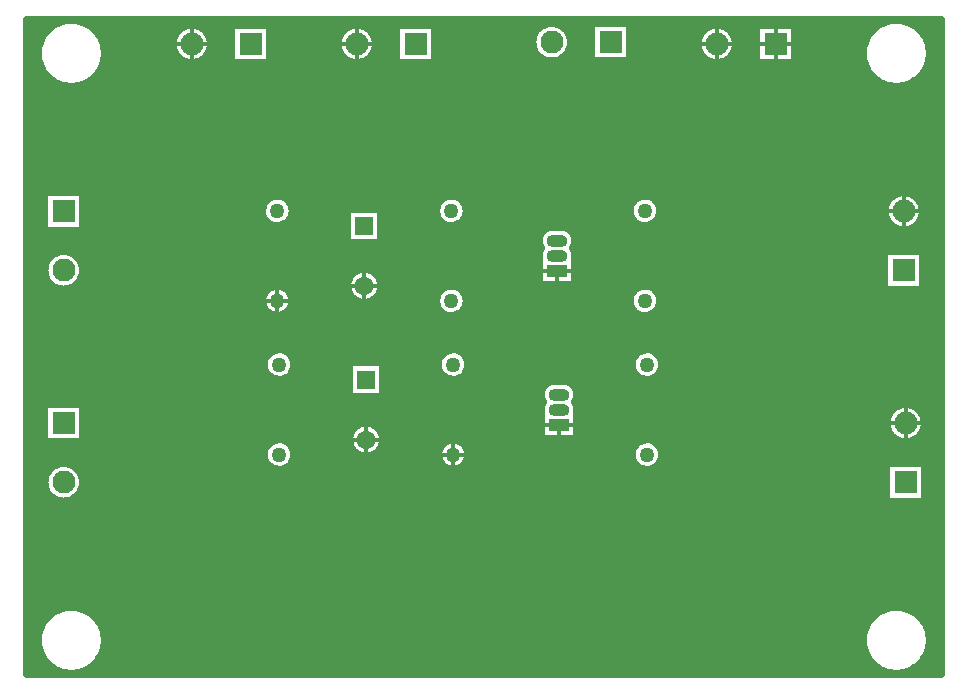
<source format=gbr>
G04 DipTrace 4.2.0.1*
G04 2 - Bottom.gbr*
%MOMM*%
G04 #@! TF.FileFunction,Copper,L2,Bot*
G04 #@! TF.Part,Single*
G04 #@! TA.AperFunction,CopperBalancing*
%ADD15C,0.635*%
%ADD16C,0.33*%
G04 #@! TA.AperFunction,ComponentPad*
%ADD17C,1.6*%
%ADD18R,1.6X1.6*%
%ADD20R,1.95X1.95*%
%ADD21C,1.95*%
%ADD22R,1.782X1.062*%
%ADD23O,1.782X1.062*%
%ADD24C,1.27*%
%ADD25C,1.27*%
%FSLAX35Y35*%
G04*
G71*
G90*
G75*
G01*
G04 Bottom*
%LPD*%
X1140010Y6704523D2*
D15*
X1327101D1*
X1692672D2*
X2442088D1*
X2617711D2*
X2860174D1*
X3199586D2*
X3839080D1*
X4014704D2*
X4257166D1*
X4596579D2*
X5467218D1*
X5688551D2*
X5908182D1*
X6247594D2*
X6887088D1*
X7062711D2*
X7305174D1*
X7644586D2*
X8312108D1*
X8677679D2*
X8863768D1*
X1140010Y6641357D2*
X1268905D1*
X1750869D2*
X2380246D1*
X2679554D2*
X2860174D1*
X3199586D2*
X3777238D1*
X4076546D2*
X4257166D1*
X4596579D2*
X5420643D1*
X5735127D2*
X5908182D1*
X6247594D2*
X6825246D1*
X7124554D2*
X7305174D1*
X7644586D2*
X8253911D1*
X8735875D2*
X8863768D1*
X1140010Y6578190D2*
X1237095D1*
X1782679D2*
X2360923D1*
X2698877D2*
X2860174D1*
X3199586D2*
X3757915D1*
X4095869D2*
X4257166D1*
X4596579D2*
X5408202D1*
X5747568D2*
X5908182D1*
X6247594D2*
X6805923D1*
X7143877D2*
X7305174D1*
X7644586D2*
X8222101D1*
X8767685D2*
X8863768D1*
X1140010Y6515023D2*
X1222557D1*
X1797217D2*
X2367394D1*
X2692405D2*
X2860174D1*
X3199586D2*
X3764386D1*
X4089398D2*
X4257166D1*
X4596579D2*
X5421144D1*
X5734625D2*
X5908182D1*
X6247594D2*
X6812394D1*
X7137405D2*
X7305174D1*
X7644586D2*
X8207564D1*
X8782223D2*
X8863768D1*
X1140010Y6451857D2*
X1222557D1*
X1797217D2*
X2403761D1*
X2655993D2*
X2860174D1*
X3199586D2*
X3800754D1*
X4052985D2*
X4257166D1*
X4596579D2*
X5468768D1*
X5687002D2*
X5908182D1*
X6247594D2*
X6848761D1*
X7100993D2*
X7305174D1*
X7644586D2*
X8207564D1*
X8782223D2*
X8863768D1*
X1140010Y6388690D2*
X1237186D1*
X1782588D2*
X8222192D1*
X8767594D2*
X8863768D1*
X1140010Y6325523D2*
X1269087D1*
X1750687D2*
X8254093D1*
X8735693D2*
X8863768D1*
X1140010Y6262357D2*
X1327420D1*
X1692353D2*
X8312427D1*
X8677360D2*
X8863768D1*
X1140010Y6199190D2*
X8863768D1*
X1140010Y6136023D2*
X8863768D1*
X1140010Y6072857D2*
X8863768D1*
X1140010Y6009690D2*
X8863768D1*
X1140010Y5946523D2*
X8863768D1*
X1140010Y5883357D2*
X8863768D1*
X1140010Y5820190D2*
X8863768D1*
X1140010Y5757023D2*
X8863768D1*
X1140010Y5693857D2*
X8863768D1*
X1140010Y5630690D2*
X8863768D1*
X1140010Y5567523D2*
X8863768D1*
X1140010Y5504357D2*
X8863768D1*
X1140010Y5441190D2*
X8863768D1*
X1140010Y5378023D2*
X8863768D1*
X1140010Y5314857D2*
X8863768D1*
X1140010Y5251690D2*
X1276698D1*
X1616064D2*
X3167655D1*
X3340407D2*
X4640845D1*
X4813597D2*
X6281242D1*
X6453994D2*
X8427407D1*
X8689346D2*
X8863768D1*
X1140010Y5188523D2*
X1276698D1*
X1616064D2*
X3124178D1*
X3383883D2*
X4597368D1*
X4857073D2*
X6237765D1*
X6497471D2*
X8394321D1*
X8722477D2*
X8863768D1*
X1140010Y5125357D2*
X1276698D1*
X1616064D2*
X3120715D1*
X3387347D2*
X3838442D1*
X4142809D2*
X4593905D1*
X4860537D2*
X6234302D1*
X6500934D2*
X8389992D1*
X8726761D2*
X8863768D1*
X1140010Y5062190D2*
X1276698D1*
X1616064D2*
X3152752D1*
X3355264D2*
X3838442D1*
X4142809D2*
X4625942D1*
X4828499D2*
X6266385D1*
X6468896D2*
X8411867D1*
X8704886D2*
X8863768D1*
X1140010Y4999023D2*
X1276698D1*
X1616064D2*
X3838442D1*
X4142809D2*
X5522225D1*
X5726058D2*
X8480910D1*
X8635889D2*
X8863768D1*
X1140010Y4935857D2*
X3838442D1*
X4142809D2*
X5469679D1*
X5778558D2*
X8863768D1*
X1140010Y4872690D2*
X5465122D1*
X5783115D2*
X8863768D1*
X1140010Y4809523D2*
X5469907D1*
X5778330D2*
X8863768D1*
X1140010Y4746357D2*
X1311105D1*
X1581657D2*
X5462843D1*
X5785439D2*
X8388670D1*
X8728083D2*
X8863768D1*
X1140010Y4683190D2*
X1280981D1*
X1611826D2*
X5462843D1*
X5785439D2*
X8388670D1*
X8728083D2*
X8863768D1*
X1140010Y4620023D2*
X1278794D1*
X1614014D2*
X3883013D1*
X4098239D2*
X5462843D1*
X5785439D2*
X8388670D1*
X8728083D2*
X8863768D1*
X1140010Y4556857D2*
X1303175D1*
X1589586D2*
X3844549D1*
X4136702D2*
X5462843D1*
X5785439D2*
X8388670D1*
X8728083D2*
X8863768D1*
X1140010Y4493690D2*
X1381151D1*
X1511611D2*
X3173032D1*
X3335029D2*
X3839992D1*
X4141260D2*
X4646222D1*
X4808265D2*
X6286619D1*
X6448662D2*
X8388670D1*
X8728083D2*
X8863768D1*
X1140010Y4430523D2*
X3125500D1*
X3382562D2*
X3865422D1*
X4115830D2*
X4598690D1*
X4855752D2*
X6239087D1*
X6496149D2*
X8863768D1*
X1140010Y4367357D2*
X3119985D1*
X3388076D2*
X4593175D1*
X4861266D2*
X6233618D1*
X6501663D2*
X8863768D1*
X1140010Y4304190D2*
X3149198D1*
X3358864D2*
X4622388D1*
X4832054D2*
X6262830D1*
X6472451D2*
X8863768D1*
X1140010Y4241023D2*
X8863768D1*
X1140010Y4177857D2*
X8863768D1*
X1140010Y4114690D2*
X8863768D1*
X1140010Y4051523D2*
X8863768D1*
X1140010Y3988357D2*
X8863768D1*
X1140010Y3925190D2*
X3159816D1*
X3380556D2*
X4633006D1*
X4853792D2*
X6273403D1*
X6494189D2*
X8863768D1*
X1140010Y3862023D2*
X3135207D1*
X3405166D2*
X3854575D1*
X4158987D2*
X4608397D1*
X4878356D2*
X6248840D1*
X6518753D2*
X8863768D1*
X1140010Y3798857D2*
X3144321D1*
X3396051D2*
X3854575D1*
X4158987D2*
X4617511D1*
X4869241D2*
X6257909D1*
X6509684D2*
X8863768D1*
X1140010Y3735690D2*
X3200239D1*
X3340133D2*
X3854575D1*
X4158987D2*
X4673429D1*
X4813369D2*
X6313827D1*
X6453766D2*
X8863768D1*
X1140010Y3672523D2*
X3854575D1*
X4158987D2*
X5508325D1*
X5772269D2*
X8863768D1*
X1140010Y3609357D2*
X3854575D1*
X4158987D2*
X5479933D1*
X5800615D2*
X8863768D1*
X1140010Y3546190D2*
X5489139D1*
X5791409D2*
X8863768D1*
X1140010Y3483023D2*
X1276698D1*
X1616064D2*
X5480024D1*
X5800524D2*
X8470109D1*
X8678408D2*
X8863768D1*
X1140010Y3419857D2*
X1276698D1*
X1616064D2*
X5478976D1*
X5801572D2*
X8419250D1*
X8729267D2*
X8863768D1*
X1140010Y3356690D2*
X1276698D1*
X1616064D2*
X3973657D1*
X4039905D2*
X5478976D1*
X5801572D2*
X8404621D1*
X8743896D2*
X8863768D1*
X1140010Y3293523D2*
X1276698D1*
X1616064D2*
X3878638D1*
X4134971D2*
X5478976D1*
X5801572D2*
X8415467D1*
X8733050D2*
X8863768D1*
X1140010Y3230357D2*
X1276698D1*
X1616064D2*
X3855578D1*
X4157985D2*
X5478976D1*
X5801572D2*
X8459080D1*
X8689437D2*
X8863768D1*
X1140010Y3167190D2*
X3162869D1*
X3377503D2*
X3862095D1*
X4151514D2*
X4636105D1*
X4850693D2*
X6276502D1*
X6491090D2*
X8863768D1*
X1140010Y3104023D2*
X3135708D1*
X3404665D2*
X3903885D1*
X4109723D2*
X4608898D1*
X4877855D2*
X6249295D1*
X6518297D2*
X8863768D1*
X1140010Y3040857D2*
X3142726D1*
X3397646D2*
X4615962D1*
X4870836D2*
X6256359D1*
X6511234D2*
X8863768D1*
X1140010Y2977690D2*
X1335487D1*
X1557321D2*
X3193631D1*
X3346741D2*
X4666821D1*
X4819977D2*
X6307218D1*
X6460374D2*
X8404575D1*
X8743942D2*
X8863768D1*
X1140010Y2914523D2*
X1289048D1*
X1603714D2*
X8404575D1*
X8743942D2*
X8863768D1*
X1140010Y2851357D2*
X1276698D1*
X1616110D2*
X8404575D1*
X8743942D2*
X8863768D1*
X1140010Y2788190D2*
X1289731D1*
X1603030D2*
X8404575D1*
X8743942D2*
X8863768D1*
X1140010Y2725023D2*
X1337537D1*
X1555270D2*
X8404575D1*
X8743942D2*
X8863768D1*
X1140010Y2661857D2*
X8863768D1*
X1140010Y2598690D2*
X8863768D1*
X1140010Y2535523D2*
X8863768D1*
X1140010Y2472357D2*
X8863768D1*
X1140010Y2409190D2*
X8863768D1*
X1140010Y2346023D2*
X8863768D1*
X1140010Y2282857D2*
X8863768D1*
X1140010Y2219690D2*
X8863768D1*
X1140010Y2156523D2*
X8863768D1*
X1140010Y2093357D2*
X8863768D1*
X1140010Y2030190D2*
X8863768D1*
X1140010Y1967023D2*
X8863768D1*
X1140010Y1903857D2*
X8863768D1*
X1140010Y1840690D2*
X8863768D1*
X1140010Y1777523D2*
X1399289D1*
X1620485D2*
X8384295D1*
X8605491D2*
X8863768D1*
X1140010Y1714357D2*
X1303358D1*
X1716461D2*
X8288319D1*
X8701422D2*
X8863768D1*
X1140010Y1651190D2*
X1255916D1*
X1763857D2*
X8240923D1*
X8748864D2*
X8863768D1*
X1140010Y1588023D2*
X1230487D1*
X1789333D2*
X8215448D1*
X8774293D2*
X8863768D1*
X1140010Y1524857D2*
X1220962D1*
X1798812D2*
X8205968D1*
X8783818D2*
X8863768D1*
X1140010Y1461690D2*
X1225793D1*
X1793981D2*
X8210799D1*
X8778987D2*
X8863768D1*
X1140010Y1398523D2*
X1245754D1*
X1774020D2*
X8230760D1*
X8759027D2*
X8863768D1*
X1140010Y1335357D2*
X1284946D1*
X1734827D2*
X8269953D1*
X8719834D2*
X8863768D1*
X1140010Y1272190D2*
X1358136D1*
X1661637D2*
X8343143D1*
X8646644D2*
X8863768D1*
X4136269Y4507293D2*
X4135649Y4499552D1*
X4134618Y4491856D1*
X4133179Y4484225D1*
X4131335Y4476682D1*
X4129093Y4469248D1*
X4126458Y4461943D1*
X4123438Y4454789D1*
X4120042Y4447806D1*
X4116279Y4441014D1*
X4112159Y4434431D1*
X4107695Y4428077D1*
X4102900Y4421970D1*
X4097786Y4416126D1*
X4092368Y4410563D1*
X4086662Y4405297D1*
X4080684Y4400341D1*
X4074450Y4395711D1*
X4067979Y4391419D1*
X4061288Y4387477D1*
X4054398Y4383897D1*
X4047326Y4380689D1*
X4040094Y4377862D1*
X4032721Y4375423D1*
X4025230Y4373381D1*
X4017640Y4371740D1*
X4009973Y4370506D1*
X4002252Y4369681D1*
X3994498Y4369268D1*
X3986733Y4369269D1*
X3978978Y4369683D1*
X3971257Y4370509D1*
X3963591Y4371744D1*
X3956001Y4373387D1*
X3948510Y4375430D1*
X3941138Y4377870D1*
X3933906Y4380698D1*
X3926835Y4383907D1*
X3919945Y4387488D1*
X3913255Y4391431D1*
X3906785Y4395724D1*
X3900552Y4400355D1*
X3894574Y4405312D1*
X3888869Y4410580D1*
X3883452Y4416144D1*
X3878339Y4421988D1*
X3873544Y4428096D1*
X3869082Y4434451D1*
X3864963Y4441034D1*
X3861201Y4447827D1*
X3857806Y4454810D1*
X3854787Y4461965D1*
X3852154Y4469270D1*
X3849912Y4476705D1*
X3848070Y4484248D1*
X3846632Y4491879D1*
X3845602Y4499575D1*
X3844983Y4507316D1*
X3844777Y4515078D1*
X3844984Y4522841D1*
X3845604Y4530581D1*
X3846636Y4538278D1*
X3848075Y4545908D1*
X3849918Y4553452D1*
X3852161Y4560886D1*
X3854796Y4568190D1*
X3857816Y4575344D1*
X3861212Y4582327D1*
X3864975Y4589120D1*
X3869094Y4595702D1*
X3873558Y4602056D1*
X3878354Y4608164D1*
X3883468Y4614007D1*
X3888886Y4619570D1*
X3894592Y4624837D1*
X3900570Y4629793D1*
X3906804Y4634423D1*
X3913275Y4638715D1*
X3919965Y4642657D1*
X3926856Y4646237D1*
X3933928Y4649445D1*
X3941160Y4652272D1*
X3948532Y4654710D1*
X3956024Y4656753D1*
X3963614Y4658393D1*
X3971280Y4659628D1*
X3979002Y4660453D1*
X3986756Y4660865D1*
X3994521D1*
X4002275Y4660451D1*
X4009996Y4659625D1*
X4017663Y4658389D1*
X4025252Y4656747D1*
X4032744Y4654703D1*
X4040116Y4652264D1*
X4047348Y4649436D1*
X4054419Y4646226D1*
X4061309Y4642645D1*
X4067999Y4638703D1*
X4074469Y4634410D1*
X4080702Y4629778D1*
X4086679Y4624822D1*
X4092385Y4619554D1*
X4097802Y4613990D1*
X4102915Y4608146D1*
X4107709Y4602038D1*
X4112172Y4595683D1*
X4116290Y4589100D1*
X4120052Y4582307D1*
X4123448Y4575323D1*
X4126466Y4568169D1*
X4129100Y4560864D1*
X4131341Y4553429D1*
X4133184Y4545886D1*
X4134622Y4538255D1*
X4135652Y4530558D1*
X4136271Y4522818D1*
X4136477Y4515067D1*
X4136269Y4507293D1*
X3868110Y5168917D2*
X4136477D1*
Y4877217D1*
X3844777D1*
Y5168917D1*
X3868110D1*
X4152433Y3205546D2*
X4151813Y3197806D1*
X4150781Y3190109D1*
X4149342Y3182479D1*
X4147498Y3174935D1*
X4145256Y3167501D1*
X4142621Y3160196D1*
X4139601Y3153043D1*
X4136205Y3146059D1*
X4132442Y3139267D1*
X4128323Y3132685D1*
X4123859Y3126331D1*
X4119063Y3120223D1*
X4113949Y3114380D1*
X4108531Y3108817D1*
X4102825Y3103550D1*
X4096847Y3098594D1*
X4090613Y3093964D1*
X4084142Y3089672D1*
X4077452Y3085730D1*
X4070561Y3082150D1*
X4063489Y3078942D1*
X4056257Y3076115D1*
X4048885Y3073677D1*
X4041393Y3071634D1*
X4033803Y3069994D1*
X4026137Y3068759D1*
X4018415Y3067934D1*
X4010661Y3067522D1*
X4002896D1*
X3995142Y3067936D1*
X3987421Y3068762D1*
X3979754Y3069998D1*
X3972165Y3071640D1*
X3964673Y3073684D1*
X3957301Y3076123D1*
X3950069Y3078951D1*
X3942998Y3082161D1*
X3936108Y3085742D1*
X3929418Y3089684D1*
X3922948Y3093977D1*
X3916715Y3098609D1*
X3910737Y3103565D1*
X3905032Y3108833D1*
X3899615Y3114397D1*
X3894502Y3120241D1*
X3889708Y3126349D1*
X3885245Y3132704D1*
X3881127Y3139287D1*
X3877364Y3146080D1*
X3873969Y3153064D1*
X3870951Y3160218D1*
X3868317Y3167523D1*
X3866076Y3174958D1*
X3864233Y3182501D1*
X3862795Y3190132D1*
X3861765Y3197829D1*
X3861146Y3205569D1*
X3860940Y3213332D1*
X3861147Y3221094D1*
X3861768Y3228835D1*
X3862799Y3236531D1*
X3864238Y3244162D1*
X3866082Y3251705D1*
X3868324Y3259139D1*
X3870959Y3266444D1*
X3873979Y3273598D1*
X3877375Y3280581D1*
X3881138Y3287373D1*
X3885258Y3293956D1*
X3889722Y3300310D1*
X3894517Y3306417D1*
X3899631Y3312260D1*
X3905049Y3317823D1*
X3910755Y3323090D1*
X3916733Y3328046D1*
X3922967Y3332676D1*
X3929438Y3336968D1*
X3936129Y3340910D1*
X3943019Y3344490D1*
X3950091Y3347698D1*
X3957323Y3350525D1*
X3964696Y3352964D1*
X3972187Y3355006D1*
X3979777Y3356647D1*
X3987444Y3357881D1*
X3995165Y3358706D1*
X4002919Y3359119D1*
X4010684Y3359118D1*
X4018439Y3358704D1*
X4026160Y3357878D1*
X4033826Y3356642D1*
X4041416Y3355000D1*
X4048907Y3352957D1*
X4056279Y3350517D1*
X4063511Y3347689D1*
X4070582Y3344480D1*
X4077472Y3340899D1*
X4084162Y3336956D1*
X4090632Y3332663D1*
X4096865Y3328031D1*
X4102843Y3323075D1*
X4108548Y3317807D1*
X4113965Y3312243D1*
X4119078Y3306399D1*
X4123873Y3300291D1*
X4128335Y3293936D1*
X4132454Y3287353D1*
X4136216Y3280560D1*
X4139611Y3273577D1*
X4142630Y3266422D1*
X4145263Y3259117D1*
X4147505Y3251682D1*
X4149347Y3244139D1*
X4150785Y3236508D1*
X4151815Y3228811D1*
X4152434Y3221071D1*
X4152640Y3213320D1*
X4152433Y3205546D1*
X3884274Y3867170D2*
X4152640D1*
Y3575470D1*
X3860940D1*
Y3867170D1*
X3884274D1*
X8776675Y6460260D2*
X8773787Y6437070D1*
X8768995Y6414197D1*
X8762330Y6391798D1*
X8753839Y6370026D1*
X8743578Y6349030D1*
X8731619Y6328953D1*
X8718042Y6309932D1*
X8702942Y6292097D1*
X8686420Y6275570D1*
X8668589Y6260464D1*
X8649572Y6246881D1*
X8629498Y6234916D1*
X8608505Y6224649D1*
X8586736Y6216151D1*
X8564339Y6209479D1*
X8541468Y6204680D1*
X8518279Y6201786D1*
X8494929Y6200817D1*
X8471580Y6201779D1*
X8448390Y6204666D1*
X8425517Y6209458D1*
X8403118Y6216123D1*
X8381346Y6224615D1*
X8360350Y6234875D1*
X8340273Y6246835D1*
X8321252Y6260411D1*
X8303417Y6275512D1*
X8286890Y6292034D1*
X8271783Y6309865D1*
X8258201Y6328882D1*
X8246236Y6348955D1*
X8235969Y6369948D1*
X8227471Y6391718D1*
X8220799Y6414115D1*
X8216000Y6436986D1*
X8213106Y6460175D1*
X8212137Y6483524D1*
X8213099Y6506874D1*
X8215986Y6530064D1*
X8220778Y6552937D1*
X8227443Y6575335D1*
X8235935Y6597107D1*
X8246195Y6618103D1*
X8258155Y6638181D1*
X8271731Y6657202D1*
X8286832Y6675037D1*
X8303354Y6691564D1*
X8321185Y6706670D1*
X8340202Y6720252D1*
X8360275Y6732218D1*
X8381268Y6742485D1*
X8403038Y6750983D1*
X8425434Y6757654D1*
X8448306Y6762453D1*
X8471495Y6765348D1*
X8494844Y6766317D1*
X8518194Y6765355D1*
X8541384Y6762467D1*
X8564257Y6757675D1*
X8586655Y6751010D1*
X8608427Y6742519D1*
X8629423Y6732258D1*
X8649501Y6720299D1*
X8668522Y6706722D1*
X8686357Y6691622D1*
X8702884Y6675100D1*
X8717990Y6657269D1*
X8731572Y6638252D1*
X8743538Y6618178D1*
X8753805Y6597185D1*
X8762303Y6575416D1*
X8768974Y6553019D1*
X8773773Y6530148D1*
X8776668Y6506959D1*
X8777637Y6483567D1*
X8776675Y6460260D1*
Y1491380D2*
X8773787Y1468190D1*
X8768995Y1445317D1*
X8762330Y1422918D1*
X8753839Y1401146D1*
X8743578Y1380150D1*
X8731619Y1360073D1*
X8718042Y1341052D1*
X8702942Y1323217D1*
X8686420Y1306690D1*
X8668589Y1291584D1*
X8649572Y1278001D1*
X8629498Y1266036D1*
X8608505Y1255769D1*
X8586736Y1247271D1*
X8564339Y1240599D1*
X8541468Y1235800D1*
X8518279Y1232906D1*
X8494929Y1231937D1*
X8471580Y1232899D1*
X8448390Y1235786D1*
X8425517Y1240578D1*
X8403118Y1247243D1*
X8381346Y1255735D1*
X8360350Y1265995D1*
X8340273Y1277955D1*
X8321252Y1291531D1*
X8303417Y1306632D1*
X8286890Y1323154D1*
X8271783Y1340985D1*
X8258201Y1360002D1*
X8246236Y1380075D1*
X8235969Y1401068D1*
X8227471Y1422838D1*
X8220799Y1445235D1*
X8216000Y1468106D1*
X8213106Y1491295D1*
X8212137Y1514644D1*
X8213099Y1537994D1*
X8215986Y1561184D1*
X8220778Y1584057D1*
X8227443Y1606455D1*
X8235935Y1628227D1*
X8246195Y1649223D1*
X8258155Y1669301D1*
X8271731Y1688322D1*
X8286832Y1706157D1*
X8303354Y1722684D1*
X8321185Y1737790D1*
X8340202Y1751372D1*
X8360275Y1763338D1*
X8381268Y1773605D1*
X8403038Y1782103D1*
X8425434Y1788774D1*
X8448306Y1793573D1*
X8471495Y1796468D1*
X8494844Y1797437D1*
X8518194Y1796475D1*
X8541384Y1793587D1*
X8564257Y1788795D1*
X8586655Y1782130D1*
X8608427Y1773639D1*
X8629423Y1763378D1*
X8649501Y1751419D1*
X8668522Y1737842D1*
X8686357Y1722742D1*
X8702884Y1706220D1*
X8717990Y1688389D1*
X8731572Y1669372D1*
X8743538Y1649298D1*
X8753805Y1628305D1*
X8762303Y1606536D1*
X8768974Y1584139D1*
X8773773Y1561268D1*
X8776668Y1538079D1*
X8777637Y1514687D1*
X8776675Y1491380D1*
X1791678D2*
X1788791Y1468190D1*
X1783999Y1445317D1*
X1777334Y1422918D1*
X1768842Y1401146D1*
X1758582Y1380150D1*
X1746622Y1360073D1*
X1733046Y1341052D1*
X1717945Y1323217D1*
X1701423Y1306690D1*
X1683592Y1291584D1*
X1664575Y1278001D1*
X1644502Y1266036D1*
X1623509Y1255769D1*
X1601739Y1247271D1*
X1579342Y1240599D1*
X1556471Y1235800D1*
X1533282Y1232906D1*
X1509933Y1231937D1*
X1486583Y1232899D1*
X1463393Y1235786D1*
X1440520Y1240578D1*
X1418122Y1247243D1*
X1396350Y1255735D1*
X1375353Y1265995D1*
X1355276Y1277955D1*
X1336255Y1291531D1*
X1318420Y1306632D1*
X1301893Y1323154D1*
X1286787Y1340985D1*
X1273205Y1360002D1*
X1261239Y1380075D1*
X1250972Y1401068D1*
X1242474Y1422838D1*
X1235803Y1445235D1*
X1231004Y1468106D1*
X1228109Y1491295D1*
X1227140Y1514644D1*
X1228102Y1537994D1*
X1230989Y1561184D1*
X1235782Y1584057D1*
X1242446Y1606455D1*
X1250938Y1628227D1*
X1261199Y1649223D1*
X1273158Y1669301D1*
X1286735Y1688322D1*
X1301835Y1706157D1*
X1318357Y1722684D1*
X1336188Y1737790D1*
X1355205Y1751372D1*
X1375279Y1763338D1*
X1396272Y1773605D1*
X1418041Y1782103D1*
X1440438Y1788774D1*
X1463309Y1793573D1*
X1486498Y1796468D1*
X1509848Y1797437D1*
X1533197Y1796475D1*
X1556387Y1793587D1*
X1579260Y1788795D1*
X1601659Y1782130D1*
X1623431Y1773639D1*
X1644427Y1763378D1*
X1664504Y1751419D1*
X1683525Y1737842D1*
X1701360Y1722742D1*
X1717887Y1706220D1*
X1732993Y1688389D1*
X1746576Y1669372D1*
X1758541Y1649298D1*
X1768808Y1628305D1*
X1777306Y1606536D1*
X1783978Y1584139D1*
X1788777Y1561268D1*
X1791671Y1538079D1*
X1792640Y1514687D1*
X1791678Y1491380D1*
Y6460257D2*
X1788791Y6437066D1*
X1783999Y6414194D1*
X1777334Y6391795D1*
X1768842Y6370023D1*
X1758582Y6349027D1*
X1746622Y6328950D1*
X1733046Y6309928D1*
X1717945Y6292093D1*
X1701423Y6275566D1*
X1683592Y6260460D1*
X1664575Y6246878D1*
X1644502Y6234913D1*
X1623509Y6224646D1*
X1601739Y6216147D1*
X1579342Y6209476D1*
X1556471Y6204677D1*
X1533282Y6201783D1*
X1509933Y6200813D1*
X1486583Y6201776D1*
X1463393Y6204663D1*
X1440520Y6209455D1*
X1418122Y6216120D1*
X1396350Y6224611D1*
X1375353Y6234872D1*
X1355276Y6246831D1*
X1336255Y6260408D1*
X1318420Y6275509D1*
X1301893Y6292031D1*
X1286787Y6309861D1*
X1273205Y6328878D1*
X1261239Y6348952D1*
X1250972Y6369945D1*
X1242474Y6391714D1*
X1235803Y6414111D1*
X1231004Y6436982D1*
X1228109Y6460172D1*
X1227140Y6483521D1*
X1228102Y6506870D1*
X1230989Y6530061D1*
X1235782Y6552933D1*
X1242446Y6575332D1*
X1250938Y6597104D1*
X1261199Y6618100D1*
X1273158Y6638177D1*
X1286735Y6657199D1*
X1301835Y6675034D1*
X1318357Y6691561D1*
X1336188Y6706667D1*
X1355205Y6720249D1*
X1375279Y6732214D1*
X1396272Y6742481D1*
X1418041Y6750979D1*
X1440438Y6757651D1*
X1463309Y6762450D1*
X1486498Y6765344D1*
X1509848Y6766313D1*
X1533197Y6765351D1*
X1556387Y6762464D1*
X1579260Y6757672D1*
X1601659Y6751007D1*
X1623431Y6742515D1*
X1644427Y6732255D1*
X1664504Y6720296D1*
X1683525Y6706719D1*
X1701360Y6691618D1*
X1717887Y6675096D1*
X1732993Y6657266D1*
X1746576Y6638249D1*
X1758541Y6618175D1*
X1768808Y6597182D1*
X1777306Y6575413D1*
X1783978Y6553016D1*
X1788777Y6530145D1*
X1791671Y6506955D1*
X1792640Y6483563D1*
X1791678Y6460257D1*
X1306370Y5309413D2*
X1609737D1*
Y4982713D1*
X1283037D1*
Y5309413D1*
X1306370D1*
X1608073Y4622809D2*
X1603118Y4600036D1*
X1594972Y4578199D1*
X1583802Y4557744D1*
X1569834Y4539087D1*
X1553353Y4522607D1*
X1534695Y4508641D1*
X1514238Y4497472D1*
X1492401Y4489328D1*
X1469627Y4484375D1*
X1446380Y4482713D1*
X1423133Y4484377D1*
X1400359Y4489332D1*
X1378522Y4497478D1*
X1358067Y4508649D1*
X1339410Y4522616D1*
X1322931Y4539097D1*
X1308964Y4557756D1*
X1297796Y4578212D1*
X1289652Y4600049D1*
X1284698Y4622823D1*
X1283037Y4646070D1*
X1284700Y4669318D1*
X1289656Y4692091D1*
X1297801Y4713928D1*
X1308972Y4734383D1*
X1322940Y4753040D1*
X1339421Y4769520D1*
X1358079Y4783486D1*
X1378535Y4794655D1*
X1400373Y4802799D1*
X1423147Y4807752D1*
X1446394Y4809413D1*
X1469641Y4807750D1*
X1492415Y4802795D1*
X1514251Y4794649D1*
X1534706Y4783478D1*
X1553364Y4769511D1*
X1569843Y4753030D1*
X1583809Y4734371D1*
X1594978Y4713915D1*
X1603122Y4692078D1*
X1608075Y4669304D1*
X1609737Y4646063D1*
X1608073Y4622809D1*
X1306364Y3515540D2*
X1609731D1*
Y3188840D1*
X1283031D1*
Y3515540D1*
X1306364D1*
X1608080Y2828936D2*
X1603124Y2806163D1*
X1594979Y2784326D1*
X1583808Y2763871D1*
X1569840Y2745214D1*
X1553359Y2728734D1*
X1534701Y2714768D1*
X1514245Y2703599D1*
X1492408Y2695455D1*
X1469633Y2690502D1*
X1446386Y2688841D1*
X1423139Y2690504D1*
X1400366Y2695459D1*
X1378529Y2703605D1*
X1358074Y2714776D1*
X1339416Y2728743D1*
X1322937Y2745224D1*
X1308971Y2763883D1*
X1297802Y2784339D1*
X1289658Y2806176D1*
X1284705Y2828950D1*
X1283043Y2852198D1*
X1284707Y2875445D1*
X1289662Y2898218D1*
X1297808Y2920055D1*
X1308978Y2940510D1*
X1322946Y2959167D1*
X1339427Y2975647D1*
X1358085Y2989613D1*
X1378542Y3000782D1*
X1400379Y3008926D1*
X1423153Y3013879D1*
X1446400Y3015541D1*
X1469647Y3013877D1*
X1492421Y3008922D1*
X1514258Y3000776D1*
X1534713Y2989606D1*
X1553370Y2975638D1*
X1569850Y2959157D1*
X1583816Y2940498D1*
X1594985Y2920042D1*
X1603128Y2898205D1*
X1608082Y2875431D1*
X1609743Y2852191D1*
X1608080Y2828936D1*
X2889874Y6726290D2*
X3193240D1*
Y6399590D1*
X2866540D1*
Y6726290D1*
X2889874D1*
X2693055Y6555165D2*
X2692500Y6547410D1*
X2691577Y6539691D1*
X2690288Y6532024D1*
X2688635Y6524427D1*
X2686623Y6516917D1*
X2684255Y6509511D1*
X2681538Y6502227D1*
X2678478Y6495080D1*
X2675080Y6488087D1*
X2671354Y6481263D1*
X2667308Y6474625D1*
X2662950Y6468186D1*
X2658290Y6461962D1*
X2653340Y6455967D1*
X2648110Y6450214D1*
X2642613Y6444717D1*
X2636860Y6439487D1*
X2630865Y6434537D1*
X2624641Y6429878D1*
X2618202Y6425520D1*
X2611563Y6421474D1*
X2604739Y6417748D1*
X2597746Y6414351D1*
X2590599Y6411290D1*
X2583314Y6408574D1*
X2575909Y6406206D1*
X2568399Y6404194D1*
X2560802Y6402542D1*
X2553135Y6401252D1*
X2545415Y6400330D1*
X2537660Y6399775D1*
X2529888Y6399590D1*
X2522115Y6399775D1*
X2514360Y6400330D1*
X2506641Y6401253D1*
X2498974Y6402543D1*
X2491377Y6404195D1*
X2483867Y6406208D1*
X2476461Y6408575D1*
X2469177Y6411292D1*
X2462030Y6414353D1*
X2455037Y6417750D1*
X2448213Y6421476D1*
X2441575Y6425523D1*
X2435136Y6429881D1*
X2428912Y6434540D1*
X2422917Y6439490D1*
X2417164Y6444720D1*
X2411667Y6450217D1*
X2406437Y6455970D1*
X2401487Y6461966D1*
X2396828Y6468190D1*
X2392470Y6474628D1*
X2388424Y6481267D1*
X2384698Y6488091D1*
X2381301Y6495084D1*
X2378240Y6502231D1*
X2375523Y6509516D1*
X2373156Y6516921D1*
X2371144Y6524431D1*
X2369492Y6532028D1*
X2368202Y6539695D1*
X2367280Y6547415D1*
X2366725Y6555170D1*
X2366540Y6562942D1*
X2366725Y6570715D1*
X2367280Y6578470D1*
X2368203Y6586190D1*
X2369493Y6593857D1*
X2371145Y6601454D1*
X2373158Y6608963D1*
X2375525Y6616369D1*
X2378242Y6623653D1*
X2381303Y6630800D1*
X2384700Y6637794D1*
X2388426Y6644617D1*
X2392473Y6651256D1*
X2396831Y6657694D1*
X2401490Y6663918D1*
X2406440Y6669913D1*
X2411670Y6675666D1*
X2417167Y6681164D1*
X2422920Y6686393D1*
X2428916Y6691343D1*
X2435140Y6696002D1*
X2441578Y6700360D1*
X2448217Y6704407D1*
X2455041Y6708132D1*
X2462034Y6711530D1*
X2469181Y6714590D1*
X2476466Y6717307D1*
X2483871Y6719674D1*
X2491381Y6721686D1*
X2498978Y6723339D1*
X2506645Y6724628D1*
X2514365Y6725551D1*
X2522120Y6726105D1*
X2529892Y6726290D1*
X2537665Y6726105D1*
X2545420Y6725550D1*
X2553140Y6724627D1*
X2560807Y6723338D1*
X2568404Y6721685D1*
X2575913Y6719673D1*
X2583319Y6717305D1*
X2590603Y6714588D1*
X2597750Y6711528D1*
X2604744Y6708130D1*
X2611567Y6704404D1*
X2618206Y6700358D1*
X2624644Y6696000D1*
X2630868Y6691340D1*
X2636863Y6686390D1*
X2642616Y6681160D1*
X2648114Y6675663D1*
X2653343Y6669910D1*
X2658293Y6663915D1*
X2662952Y6657691D1*
X2667310Y6651252D1*
X2671357Y6644613D1*
X2675082Y6637789D1*
X2678480Y6630796D1*
X2681540Y6623649D1*
X2684257Y6616364D1*
X2686624Y6608959D1*
X2688636Y6601449D1*
X2690289Y6593852D1*
X2691578Y6586185D1*
X2692501Y6578465D1*
X2693055Y6570710D1*
X2693240Y6562940D1*
X2693055Y6555165D1*
X5937870Y6742163D2*
X6241237D1*
Y6415463D1*
X5914537D1*
Y6742163D1*
X5937870D1*
X5739573Y6555559D2*
X5734618Y6532786D1*
X5726472Y6510949D1*
X5715302Y6490494D1*
X5701334Y6471837D1*
X5684853Y6455357D1*
X5666195Y6441391D1*
X5645738Y6430222D1*
X5623901Y6422078D1*
X5601127Y6417125D1*
X5577880Y6415463D1*
X5554633Y6417127D1*
X5531859Y6422082D1*
X5510022Y6430228D1*
X5489567Y6441399D1*
X5470910Y6455366D1*
X5454431Y6471847D1*
X5440464Y6490506D1*
X5429296Y6510962D1*
X5421152Y6532799D1*
X5416198Y6555573D1*
X5414537Y6578820D1*
X5416200Y6602068D1*
X5421156Y6624841D1*
X5429301Y6646678D1*
X5440472Y6667133D1*
X5454440Y6685790D1*
X5470921Y6702270D1*
X5489579Y6716236D1*
X5510035Y6727405D1*
X5531873Y6735549D1*
X5554647Y6740502D1*
X5577894Y6742163D1*
X5601141Y6740500D1*
X5623915Y6735545D1*
X5645751Y6727399D1*
X5666206Y6716228D1*
X5684864Y6702261D1*
X5701343Y6685780D1*
X5715309Y6667121D1*
X5726478Y6646665D1*
X5734622Y6624828D1*
X5739575Y6602054D1*
X5741237Y6578813D1*
X5739573Y6555559D1*
X8418370Y4809417D2*
X8721737D1*
Y4482717D1*
X8395037D1*
Y4809417D1*
X8418370D1*
X8721552Y5138292D2*
X8720997Y5130537D1*
X8720074Y5122817D1*
X8718784Y5115150D1*
X8717132Y5107553D1*
X8715119Y5100044D1*
X8712752Y5092638D1*
X8710035Y5085354D1*
X8706974Y5078207D1*
X8703577Y5071213D1*
X8699851Y5064390D1*
X8695804Y5057751D1*
X8691446Y5051313D1*
X8686787Y5045089D1*
X8681837Y5039094D1*
X8676607Y5033341D1*
X8671110Y5027843D1*
X8665357Y5022614D1*
X8659361Y5017664D1*
X8653137Y5013004D1*
X8646699Y5008647D1*
X8640060Y5004600D1*
X8633236Y5000874D1*
X8626243Y4997477D1*
X8619096Y4994417D1*
X8611811Y4991700D1*
X8604406Y4989333D1*
X8596896Y4987321D1*
X8589299Y4985668D1*
X8581632Y4984379D1*
X8573912Y4983456D1*
X8566157Y4982902D1*
X8558384Y4982717D1*
X8550612Y4982902D1*
X8542857Y4983457D1*
X8535137Y4984380D1*
X8527470Y4985669D1*
X8519873Y4987322D1*
X8512364Y4989334D1*
X8504958Y4991702D1*
X8497674Y4994419D1*
X8490527Y4997479D1*
X8483533Y5000877D1*
X8476710Y5004603D1*
X8470071Y5008649D1*
X8463633Y5013007D1*
X8457409Y5017666D1*
X8451414Y5022617D1*
X8445661Y5027846D1*
X8440163Y5033344D1*
X8434934Y5039097D1*
X8429984Y5045092D1*
X8425324Y5051316D1*
X8420967Y5057755D1*
X8416920Y5064394D1*
X8413194Y5071218D1*
X8409797Y5078211D1*
X8406737Y5085358D1*
X8404020Y5092642D1*
X8401653Y5100048D1*
X8399641Y5107558D1*
X8397988Y5115155D1*
X8396699Y5122822D1*
X8395776Y5130542D1*
X8395222Y5138297D1*
X8395037Y5146069D1*
X8395222Y5153842D1*
X8395777Y5161597D1*
X8396700Y5169316D1*
X8397989Y5176983D1*
X8399642Y5184580D1*
X8401654Y5192090D1*
X8404022Y5199496D1*
X8406739Y5206780D1*
X8409799Y5213927D1*
X8413197Y5220920D1*
X8416923Y5227744D1*
X8420969Y5234382D1*
X8425327Y5240821D1*
X8429986Y5247045D1*
X8434937Y5253040D1*
X8440166Y5258793D1*
X8445664Y5264290D1*
X8451417Y5269520D1*
X8457412Y5274470D1*
X8463636Y5279129D1*
X8470075Y5283487D1*
X8476714Y5287533D1*
X8483538Y5291259D1*
X8490531Y5294656D1*
X8497678Y5297717D1*
X8504962Y5300433D1*
X8512368Y5302801D1*
X8519878Y5304813D1*
X8527475Y5306465D1*
X8535142Y5307754D1*
X8542862Y5308677D1*
X8550617Y5309232D1*
X8558389Y5309417D1*
X8566162Y5309232D1*
X8573917Y5308677D1*
X8581636Y5307754D1*
X8589303Y5306464D1*
X8596900Y5304812D1*
X8604410Y5302799D1*
X8611816Y5300432D1*
X8619100Y5297715D1*
X8626247Y5294654D1*
X8633240Y5291257D1*
X8640064Y5287531D1*
X8646702Y5283484D1*
X8653141Y5279126D1*
X8659365Y5274467D1*
X8665360Y5269517D1*
X8671113Y5264287D1*
X8676610Y5258790D1*
X8681840Y5253037D1*
X8686790Y5247041D1*
X8691449Y5240817D1*
X8695807Y5234379D1*
X8699853Y5227740D1*
X8703579Y5220916D1*
X8706976Y5213923D1*
X8710037Y5206776D1*
X8712753Y5199491D1*
X8715121Y5192086D1*
X8717133Y5184576D1*
X8718785Y5176979D1*
X8720074Y5169312D1*
X8720997Y5161592D1*
X8721552Y5153837D1*
X8721737Y5146067D1*
X8721552Y5138292D1*
X8434244Y3015540D2*
X8737610D1*
Y2688840D1*
X8410910D1*
Y3015540D1*
X8434244D1*
X8737425Y3344415D2*
X8736870Y3336660D1*
X8735947Y3328941D1*
X8734658Y3321274D1*
X8733005Y3313677D1*
X8730993Y3306167D1*
X8728625Y3298761D1*
X8725908Y3291477D1*
X8722848Y3284330D1*
X8719450Y3277337D1*
X8715724Y3270513D1*
X8711678Y3263875D1*
X8707320Y3257436D1*
X8702660Y3251212D1*
X8697710Y3245217D1*
X8692480Y3239464D1*
X8686983Y3233967D1*
X8681230Y3228737D1*
X8675235Y3223787D1*
X8669011Y3219128D1*
X8662572Y3214770D1*
X8655933Y3210724D1*
X8649109Y3206998D1*
X8642116Y3203601D1*
X8634969Y3200540D1*
X8627684Y3197824D1*
X8620279Y3195456D1*
X8612769Y3193444D1*
X8605172Y3191792D1*
X8597505Y3190502D1*
X8589785Y3189580D1*
X8582030Y3189025D1*
X8574258Y3188840D1*
X8566485Y3189025D1*
X8558730Y3189580D1*
X8551011Y3190503D1*
X8543344Y3191793D1*
X8535747Y3193445D1*
X8528237Y3195458D1*
X8520831Y3197825D1*
X8513547Y3200542D1*
X8506400Y3203603D1*
X8499407Y3207000D1*
X8492583Y3210726D1*
X8485945Y3214773D1*
X8479506Y3219131D1*
X8473282Y3223790D1*
X8467287Y3228740D1*
X8461534Y3233970D1*
X8456037Y3239467D1*
X8450807Y3245220D1*
X8445857Y3251216D1*
X8441198Y3257440D1*
X8436840Y3263878D1*
X8432794Y3270517D1*
X8429068Y3277341D1*
X8425671Y3284334D1*
X8422610Y3291481D1*
X8419893Y3298766D1*
X8417526Y3306171D1*
X8415514Y3313681D1*
X8413862Y3321278D1*
X8412572Y3328945D1*
X8411650Y3336665D1*
X8411095Y3344420D1*
X8410910Y3352192D1*
X8411095Y3359965D1*
X8411650Y3367720D1*
X8412573Y3375440D1*
X8413863Y3383107D1*
X8415515Y3390704D1*
X8417528Y3398213D1*
X8419895Y3405619D1*
X8422612Y3412903D1*
X8425673Y3420050D1*
X8429070Y3427044D1*
X8432796Y3433867D1*
X8436843Y3440506D1*
X8441201Y3446944D1*
X8445860Y3453168D1*
X8450810Y3459163D1*
X8456040Y3464916D1*
X8461537Y3470414D1*
X8467290Y3475643D1*
X8473286Y3480593D1*
X8479510Y3485252D1*
X8485948Y3489610D1*
X8492587Y3493657D1*
X8499411Y3497382D1*
X8506404Y3500780D1*
X8513551Y3503840D1*
X8520836Y3506557D1*
X8528241Y3508924D1*
X8535751Y3510936D1*
X8543348Y3512589D1*
X8551015Y3513878D1*
X8558735Y3514801D1*
X8566490Y3515355D1*
X8574262Y3515540D1*
X8582035Y3515355D1*
X8589790Y3514800D1*
X8597510Y3513877D1*
X8605177Y3512588D1*
X8612774Y3510935D1*
X8620283Y3508923D1*
X8627689Y3506555D1*
X8634973Y3503838D1*
X8642120Y3500778D1*
X8649114Y3497380D1*
X8655937Y3493654D1*
X8662576Y3489608D1*
X8669014Y3485250D1*
X8675238Y3480590D1*
X8681233Y3475640D1*
X8686986Y3470410D1*
X8692484Y3464913D1*
X8697713Y3459160D1*
X8702663Y3453165D1*
X8707322Y3446941D1*
X8711680Y3440502D1*
X8715727Y3433863D1*
X8719452Y3427039D1*
X8722850Y3420046D1*
X8725910Y3412899D1*
X8728627Y3405614D1*
X8730994Y3398209D1*
X8733006Y3390699D1*
X8734659Y3383102D1*
X8735948Y3375435D1*
X8736871Y3367715D1*
X8737425Y3359960D1*
X8737610Y3352190D1*
X8737425Y3344415D1*
X4286871Y6726290D2*
X4590237D1*
Y6399590D1*
X4263537D1*
Y6726290D1*
X4286871D1*
X4090052Y6555165D2*
X4089497Y6547410D1*
X4088574Y6539691D1*
X4087284Y6532024D1*
X4085632Y6524427D1*
X4083619Y6516917D1*
X4081252Y6509511D1*
X4078535Y6502227D1*
X4075474Y6495080D1*
X4072077Y6488087D1*
X4068351Y6481263D1*
X4064304Y6474625D1*
X4059946Y6468186D1*
X4055287Y6461962D1*
X4050337Y6455967D1*
X4045107Y6450214D1*
X4039610Y6444717D1*
X4033857Y6439487D1*
X4027861Y6434537D1*
X4021637Y6429878D1*
X4015199Y6425520D1*
X4008560Y6421474D1*
X4001736Y6417748D1*
X3994743Y6414351D1*
X3987596Y6411290D1*
X3980311Y6408574D1*
X3972906Y6406206D1*
X3965396Y6404194D1*
X3957799Y6402542D1*
X3950132Y6401252D1*
X3942412Y6400330D1*
X3934657Y6399775D1*
X3926884Y6399590D1*
X3919112Y6399775D1*
X3911357Y6400330D1*
X3903637Y6401253D1*
X3895970Y6402543D1*
X3888373Y6404195D1*
X3880864Y6406208D1*
X3873458Y6408575D1*
X3866174Y6411292D1*
X3859027Y6414353D1*
X3852033Y6417750D1*
X3845210Y6421476D1*
X3838571Y6425523D1*
X3832133Y6429881D1*
X3825909Y6434540D1*
X3819914Y6439490D1*
X3814161Y6444720D1*
X3808663Y6450217D1*
X3803434Y6455970D1*
X3798484Y6461966D1*
X3793824Y6468190D1*
X3789467Y6474628D1*
X3785420Y6481267D1*
X3781694Y6488091D1*
X3778297Y6495084D1*
X3775237Y6502231D1*
X3772520Y6509516D1*
X3770153Y6516921D1*
X3768141Y6524431D1*
X3766488Y6532028D1*
X3765199Y6539695D1*
X3764276Y6547415D1*
X3763722Y6555170D1*
X3763537Y6562942D1*
X3763722Y6570715D1*
X3764277Y6578470D1*
X3765200Y6586190D1*
X3766489Y6593857D1*
X3768142Y6601454D1*
X3770154Y6608963D1*
X3772522Y6616369D1*
X3775239Y6623653D1*
X3778299Y6630800D1*
X3781697Y6637794D1*
X3785423Y6644617D1*
X3789469Y6651256D1*
X3793827Y6657694D1*
X3798486Y6663918D1*
X3803437Y6669913D1*
X3808666Y6675666D1*
X3814164Y6681164D1*
X3819917Y6686393D1*
X3825912Y6691343D1*
X3832136Y6696002D1*
X3838575Y6700360D1*
X3845214Y6704407D1*
X3852038Y6708132D1*
X3859031Y6711530D1*
X3866178Y6714590D1*
X3873462Y6717307D1*
X3880868Y6719674D1*
X3888378Y6721686D1*
X3895975Y6723339D1*
X3903642Y6724628D1*
X3911362Y6725551D1*
X3919117Y6726105D1*
X3926889Y6726290D1*
X3934662Y6726105D1*
X3942417Y6725550D1*
X3950136Y6724627D1*
X3957803Y6723338D1*
X3965400Y6721685D1*
X3972910Y6719673D1*
X3980316Y6717305D1*
X3987600Y6714588D1*
X3994747Y6711528D1*
X4001740Y6708130D1*
X4008564Y6704404D1*
X4015202Y6700358D1*
X4021641Y6696000D1*
X4027865Y6691340D1*
X4033860Y6686390D1*
X4039613Y6681160D1*
X4045110Y6675663D1*
X4050340Y6669910D1*
X4055290Y6663915D1*
X4059949Y6657691D1*
X4064307Y6651252D1*
X4068353Y6644613D1*
X4072079Y6637789D1*
X4075476Y6630796D1*
X4078537Y6623649D1*
X4081253Y6616364D1*
X4083621Y6608959D1*
X4085633Y6601449D1*
X4087285Y6593852D1*
X4088574Y6586185D1*
X4089497Y6578465D1*
X4090052Y6570710D1*
X4090237Y6562940D1*
X4090052Y6555165D1*
X7319315Y6726290D2*
X7638237D1*
Y6399590D1*
X7311537D1*
Y6726290D1*
X7319315D1*
X7138052Y6555165D2*
X7137497Y6547410D1*
X7136574Y6539691D1*
X7135284Y6532024D1*
X7133632Y6524427D1*
X7131619Y6516917D1*
X7129252Y6509511D1*
X7126535Y6502227D1*
X7123474Y6495080D1*
X7120077Y6488087D1*
X7116351Y6481263D1*
X7112304Y6474625D1*
X7107946Y6468186D1*
X7103287Y6461962D1*
X7098337Y6455967D1*
X7093107Y6450214D1*
X7087610Y6444717D1*
X7081857Y6439487D1*
X7075861Y6434537D1*
X7069637Y6429878D1*
X7063199Y6425520D1*
X7056560Y6421474D1*
X7049736Y6417748D1*
X7042743Y6414351D1*
X7035596Y6411290D1*
X7028311Y6408574D1*
X7020906Y6406206D1*
X7013396Y6404194D1*
X7005799Y6402542D1*
X6998132Y6401252D1*
X6990412Y6400330D1*
X6982657Y6399775D1*
X6974884Y6399590D1*
X6967112Y6399775D1*
X6959357Y6400330D1*
X6951637Y6401253D1*
X6943970Y6402543D1*
X6936373Y6404195D1*
X6928864Y6406208D1*
X6921458Y6408575D1*
X6914174Y6411292D1*
X6907027Y6414353D1*
X6900033Y6417750D1*
X6893210Y6421476D1*
X6886571Y6425523D1*
X6880133Y6429881D1*
X6873909Y6434540D1*
X6867914Y6439490D1*
X6862161Y6444720D1*
X6856663Y6450217D1*
X6851434Y6455970D1*
X6846484Y6461966D1*
X6841824Y6468190D1*
X6837467Y6474628D1*
X6833420Y6481267D1*
X6829694Y6488091D1*
X6826297Y6495084D1*
X6823237Y6502231D1*
X6820520Y6509516D1*
X6818153Y6516921D1*
X6816141Y6524431D1*
X6814488Y6532028D1*
X6813199Y6539695D1*
X6812276Y6547415D1*
X6811722Y6555170D1*
X6811537Y6562942D1*
X6811722Y6570715D1*
X6812277Y6578470D1*
X6813200Y6586190D1*
X6814489Y6593857D1*
X6816142Y6601454D1*
X6818154Y6608963D1*
X6820522Y6616369D1*
X6823239Y6623653D1*
X6826299Y6630800D1*
X6829697Y6637794D1*
X6833423Y6644617D1*
X6837469Y6651256D1*
X6841827Y6657694D1*
X6846486Y6663918D1*
X6851437Y6669913D1*
X6856666Y6675666D1*
X6862164Y6681164D1*
X6867917Y6686393D1*
X6873912Y6691343D1*
X6880136Y6696002D1*
X6886575Y6700360D1*
X6893214Y6704407D1*
X6900038Y6708132D1*
X6907031Y6711530D1*
X6914178Y6714590D1*
X6921462Y6717307D1*
X6928868Y6719674D1*
X6936378Y6721686D1*
X6943975Y6723339D1*
X6951642Y6724628D1*
X6959362Y6725551D1*
X6967117Y6726105D1*
X6974889Y6726290D1*
X6982662Y6726105D1*
X6990417Y6725550D1*
X6998136Y6724627D1*
X7005803Y6723338D1*
X7013400Y6721685D1*
X7020910Y6719673D1*
X7028316Y6717305D1*
X7035600Y6714588D1*
X7042747Y6711528D1*
X7049740Y6708130D1*
X7056564Y6704404D1*
X7063202Y6700358D1*
X7069641Y6696000D1*
X7075865Y6691340D1*
X7081860Y6686390D1*
X7087613Y6681160D1*
X7093110Y6675663D1*
X7098340Y6669910D1*
X7103290Y6663915D1*
X7107949Y6657691D1*
X7112307Y6651252D1*
X7116353Y6644613D1*
X7120079Y6637789D1*
X7123476Y6630796D1*
X7126537Y6623649D1*
X7129253Y6616364D1*
X7131621Y6608959D1*
X7133633Y6601449D1*
X7135285Y6593852D1*
X7136574Y6586185D1*
X7137497Y6578465D1*
X7138052Y6570710D1*
X7138237Y6562940D1*
X7138052Y6555165D1*
X5778802Y4761012D2*
X5779078D1*
Y4523112D1*
X5469178D1*
Y4761012D1*
X5469444D1*
X5469173Y4768877D1*
X5471419Y4792064D1*
X5478140Y4814370D1*
X5487681Y4832306D1*
X5478277Y4850412D1*
X5471486Y4872696D1*
X5469169Y4895877D1*
X5471415Y4919064D1*
X5478136Y4941370D1*
X5489076Y4961937D1*
X5503815Y4979977D1*
X5521788Y4994799D1*
X5542305Y5005834D1*
X5564579Y5012658D1*
X5588115Y5015011D1*
X5660115Y5015013D1*
X5683299Y5012733D1*
X5705594Y5005978D1*
X5726145Y4995006D1*
X5744163Y4980240D1*
X5758958Y4962245D1*
X5769962Y4941712D1*
X5776752Y4919428D1*
X5779069Y4896247D1*
X5776824Y4873060D1*
X5770102Y4850754D1*
X5760562Y4832818D1*
X5769966Y4814712D1*
X5776757Y4792427D1*
X5779074Y4769247D1*
X5778278Y4761027D1*
X5794964Y3459267D2*
X5795240D1*
Y3221367D1*
X5485340D1*
Y3459267D1*
X5485606D1*
X5485337Y3467135D1*
X5487582Y3490322D1*
X5494304Y3512627D1*
X5503845Y3530563D1*
X5494441Y3548670D1*
X5487651Y3570954D1*
X5485334Y3594135D1*
X5487580Y3617322D1*
X5494302Y3639627D1*
X5505242Y3660195D1*
X5519982Y3678235D1*
X5537954Y3693057D1*
X5558471Y3704091D1*
X5580745Y3710915D1*
X5604282Y3713267D1*
X5676282Y3713269D1*
X5699466Y3710988D1*
X5721761Y3704232D1*
X5742312Y3693261D1*
X5760330Y3678494D1*
X5775124Y3660499D1*
X5786128Y3639966D1*
X5792918Y3617681D1*
X5795235Y3594501D1*
X5792989Y3571313D1*
X5786267Y3549008D1*
X5776726Y3531072D1*
X5786130Y3512966D1*
X5792920Y3490681D1*
X5795237Y3467501D1*
X5794441Y3459281D1*
X3381268Y5126860D2*
X3375079Y5104511D1*
X3364999Y5083627D1*
X3351352Y5064878D1*
X3334577Y5048867D1*
X3315212Y5036109D1*
X3293881Y5027013D1*
X3271268Y5021872D1*
X3248101Y5020852D1*
X3225124Y5023985D1*
X3203075Y5031170D1*
X3182664Y5042177D1*
X3164546Y5056651D1*
X3149304Y5074128D1*
X3137427Y5094045D1*
X3129298Y5115763D1*
X3125177Y5138584D1*
X3125197Y5161774D1*
X3129358Y5184587D1*
X3137525Y5206291D1*
X3149436Y5226188D1*
X3164709Y5243638D1*
X3182852Y5258081D1*
X3203282Y5269052D1*
X3225343Y5276199D1*
X3248326Y5279292D1*
X3271491Y5278231D1*
X3294095Y5273051D1*
X3315410Y5263919D1*
X3334753Y5251127D1*
X3351500Y5235086D1*
X3365114Y5216314D1*
X3375158Y5195412D1*
X3381308Y5173052D1*
X3383366Y5150067D1*
X3381268Y5126860D1*
X3383147Y4380294D2*
X3382442Y4372512D1*
X3381268Y4364787D1*
X3379631Y4357147D1*
X3377535Y4349620D1*
X3374988Y4342233D1*
X3372000Y4335014D1*
X3368581Y4327988D1*
X3364745Y4321181D1*
X3360504Y4314618D1*
X3355875Y4308323D1*
X3350875Y4302320D1*
X3345521Y4296629D1*
X3339833Y4291271D1*
X3333832Y4286267D1*
X3327540Y4281635D1*
X3320980Y4277391D1*
X3314175Y4273550D1*
X3307151Y4270128D1*
X3299933Y4267136D1*
X3292548Y4264585D1*
X3285022Y4262484D1*
X3277383Y4260842D1*
X3269659Y4259664D1*
X3261877Y4258955D1*
X3254067Y4258717D1*
X3246257Y4258951D1*
X3238476Y4259655D1*
X3230751Y4260829D1*
X3223111Y4262467D1*
X3215584Y4264563D1*
X3208197Y4267109D1*
X3200977Y4270097D1*
X3193951Y4273516D1*
X3187144Y4277352D1*
X3180582Y4281593D1*
X3174287Y4286222D1*
X3168283Y4291222D1*
X3162592Y4296576D1*
X3157235Y4302264D1*
X3152231Y4308265D1*
X3147598Y4314557D1*
X3143354Y4321118D1*
X3139514Y4327922D1*
X3136091Y4334946D1*
X3133099Y4342164D1*
X3130548Y4349550D1*
X3128448Y4357075D1*
X3126806Y4364714D1*
X3125628Y4372439D1*
X3124919Y4380220D1*
X3124680Y4388030D1*
X3124914Y4395840D1*
X3125619Y4403622D1*
X3126793Y4411346D1*
X3128430Y4418986D1*
X3130526Y4426514D1*
X3133073Y4433900D1*
X3136061Y4441120D1*
X3139480Y4448146D1*
X3143316Y4454953D1*
X3147557Y4461516D1*
X3152186Y4467810D1*
X3157186Y4473814D1*
X3162540Y4479505D1*
X3168228Y4484862D1*
X3174229Y4489866D1*
X3180521Y4494499D1*
X3187081Y4498743D1*
X3193886Y4502583D1*
X3200910Y4506006D1*
X3208128Y4508998D1*
X3215513Y4511549D1*
X3223039Y4513649D1*
X3230678Y4515291D1*
X3238402Y4516469D1*
X3246184Y4517179D1*
X3253994Y4517417D1*
X3261804Y4517183D1*
X3269585Y4516478D1*
X3277310Y4515305D1*
X3284950Y4513667D1*
X3292477Y4511571D1*
X3299864Y4509024D1*
X3307084Y4506036D1*
X3314110Y4502618D1*
X3320917Y4498781D1*
X3327479Y4494541D1*
X3333774Y4489912D1*
X3339778Y4484911D1*
X3345469Y4479557D1*
X3350826Y4473869D1*
X3355830Y4467868D1*
X3360462Y4461576D1*
X3364707Y4455016D1*
X3368547Y4448211D1*
X3371970Y4441187D1*
X3374962Y4433969D1*
X3377513Y4426584D1*
X3379613Y4419058D1*
X3381255Y4411419D1*
X3382433Y4403695D1*
X3383142Y4395914D1*
X3383380Y4388067D1*
X3383147Y4380294D1*
X4872506Y3078547D2*
X4871801Y3070765D1*
X4870628Y3063040D1*
X4868990Y3055401D1*
X4866894Y3047873D1*
X4864348Y3040487D1*
X4861360Y3033267D1*
X4857941Y3026241D1*
X4854105Y3019434D1*
X4849864Y3012871D1*
X4845235Y3006577D1*
X4840234Y3000573D1*
X4834881Y2994882D1*
X4829193Y2989525D1*
X4823192Y2984521D1*
X4816900Y2979888D1*
X4810339Y2975644D1*
X4803535Y2971804D1*
X4796511Y2968381D1*
X4789293Y2965389D1*
X4781907Y2962838D1*
X4774381Y2960738D1*
X4766742Y2959096D1*
X4759018Y2957918D1*
X4751237Y2957208D1*
X4743427Y2956970D1*
X4735617Y2957204D1*
X4727835Y2957909D1*
X4720110Y2959082D1*
X4712471Y2960720D1*
X4704943Y2962816D1*
X4697557Y2965363D1*
X4690337Y2968351D1*
X4683311Y2971769D1*
X4676504Y2975606D1*
X4669941Y2979846D1*
X4663647Y2984475D1*
X4657643Y2989476D1*
X4651952Y2994830D1*
X4646595Y3000518D1*
X4641591Y3006518D1*
X4636958Y3012811D1*
X4632714Y3019371D1*
X4628874Y3026176D1*
X4625451Y3033200D1*
X4622459Y3040417D1*
X4619908Y3047803D1*
X4617808Y3055329D1*
X4616166Y3062968D1*
X4614988Y3070692D1*
X4614278Y3078473D1*
X4614040Y3086283D1*
X4614274Y3094093D1*
X4614979Y3101875D1*
X4616152Y3109600D1*
X4617790Y3117240D1*
X4619886Y3124767D1*
X4622433Y3132154D1*
X4625421Y3139373D1*
X4628839Y3146399D1*
X4632676Y3153206D1*
X4636916Y3159769D1*
X4641545Y3166064D1*
X4646546Y3172067D1*
X4651900Y3177758D1*
X4657588Y3183116D1*
X4663588Y3188120D1*
X4669881Y3192752D1*
X4676441Y3196996D1*
X4683246Y3200837D1*
X4690270Y3204259D1*
X4697487Y3207251D1*
X4704873Y3209802D1*
X4712399Y3211903D1*
X4720038Y3213545D1*
X4727762Y3214723D1*
X4735543Y3215432D1*
X4743353Y3215670D1*
X4751163Y3215436D1*
X4758945Y3214731D1*
X4766670Y3213558D1*
X4774310Y3211920D1*
X4781837Y3209824D1*
X4789224Y3207278D1*
X4796443Y3204290D1*
X4803469Y3200871D1*
X4810276Y3197035D1*
X4816839Y3192794D1*
X4823134Y3188165D1*
X4829137Y3183165D1*
X4834828Y3177811D1*
X4840186Y3172123D1*
X4845190Y3166122D1*
X4849822Y3159830D1*
X4854066Y3153269D1*
X4857907Y3146465D1*
X4861329Y3139441D1*
X4864321Y3132223D1*
X4866872Y3124837D1*
X4868973Y3117311D1*
X4870615Y3109672D1*
X4871793Y3101948D1*
X4872502Y3094167D1*
X4872740Y3086320D1*
X4872506Y3078547D1*
X4870641Y3825113D2*
X4864453Y3802765D1*
X4854373Y3781880D1*
X4840726Y3763131D1*
X4823951Y3747120D1*
X4804586Y3734362D1*
X4783255Y3725266D1*
X4760642Y3720126D1*
X4737475Y3719105D1*
X4714497Y3722238D1*
X4692449Y3729423D1*
X4672038Y3740430D1*
X4653920Y3754904D1*
X4638678Y3772381D1*
X4626801Y3792299D1*
X4618672Y3814017D1*
X4614551Y3836837D1*
X4614571Y3860027D1*
X4618732Y3882840D1*
X4626899Y3904544D1*
X4638810Y3924441D1*
X4654083Y3941891D1*
X4672226Y3956334D1*
X4692656Y3967305D1*
X4714717Y3974452D1*
X4737699Y3977545D1*
X4760865Y3976484D1*
X4783468Y3971305D1*
X4804784Y3962172D1*
X4824126Y3949380D1*
X4840874Y3933340D1*
X4854488Y3914567D1*
X4864532Y3893665D1*
X4870681Y3871306D1*
X4872740Y3848320D1*
X4870641Y3825113D1*
X4854478Y4364860D2*
X4848289Y4342511D1*
X4838209Y4321627D1*
X4824563Y4302878D1*
X4807787Y4286867D1*
X4788423Y4274109D1*
X4767091Y4265013D1*
X4744478Y4259872D1*
X4721311Y4258852D1*
X4698334Y4261985D1*
X4676286Y4269170D1*
X4655874Y4280177D1*
X4637757Y4294651D1*
X4622514Y4312128D1*
X4610638Y4332045D1*
X4602508Y4353763D1*
X4598388Y4376584D1*
X4598408Y4399774D1*
X4602568Y4422587D1*
X4610735Y4444291D1*
X4622647Y4464188D1*
X4637919Y4481638D1*
X4656062Y4496081D1*
X4676492Y4507052D1*
X4698553Y4514199D1*
X4721536Y4517292D1*
X4744701Y4516231D1*
X4767305Y4511051D1*
X4788621Y4501919D1*
X4807963Y4489127D1*
X4824711Y4473086D1*
X4838325Y4454314D1*
X4848368Y4433412D1*
X4854518Y4411052D1*
X4856577Y4388067D1*
X4854478Y4364860D1*
Y5126860D2*
X4848289Y5104511D1*
X4838209Y5083627D1*
X4824563Y5064878D1*
X4807787Y5048867D1*
X4788423Y5036109D1*
X4767091Y5027013D1*
X4744478Y5021872D1*
X4721311Y5020852D1*
X4698334Y5023985D1*
X4676286Y5031170D1*
X4655874Y5042177D1*
X4637757Y5056651D1*
X4622514Y5074128D1*
X4610638Y5094045D1*
X4602508Y5115763D1*
X4598388Y5138584D1*
X4598408Y5161774D1*
X4602568Y5184587D1*
X4610735Y5206291D1*
X4622647Y5226188D1*
X4637919Y5243638D1*
X4656062Y5258081D1*
X4676492Y5269052D1*
X4698553Y5276199D1*
X4721536Y5279292D1*
X4744701Y5278231D1*
X4767305Y5273051D1*
X4788621Y5263919D1*
X4807963Y5251127D1*
X4824711Y5235086D1*
X4838325Y5216314D1*
X4848368Y5195412D1*
X4854518Y5173052D1*
X4856577Y5150067D1*
X4854478Y5126860D1*
X3397441Y3063113D2*
X3391253Y3040765D1*
X3381173Y3019880D1*
X3367526Y3001131D1*
X3350751Y2985120D1*
X3331386Y2972362D1*
X3310055Y2963266D1*
X3287442Y2958126D1*
X3264275Y2957105D1*
X3241297Y2960238D1*
X3219249Y2967423D1*
X3198838Y2978430D1*
X3180720Y2992904D1*
X3165478Y3010381D1*
X3153601Y3030299D1*
X3145472Y3052017D1*
X3141351Y3074837D1*
X3141371Y3098027D1*
X3145532Y3120840D1*
X3153699Y3142544D1*
X3165610Y3162441D1*
X3180883Y3179891D1*
X3199026Y3194334D1*
X3219456Y3205305D1*
X3241517Y3212452D1*
X3264499Y3215545D1*
X3287665Y3214484D1*
X3310268Y3209305D1*
X3331584Y3200172D1*
X3350926Y3187380D1*
X3367674Y3171340D1*
X3381288Y3152567D1*
X3391332Y3131665D1*
X3397481Y3109306D1*
X3399540Y3086320D1*
X3397441Y3063113D1*
Y3825113D2*
X3391253Y3802765D1*
X3381173Y3781880D1*
X3367526Y3763131D1*
X3350751Y3747120D1*
X3331386Y3734362D1*
X3310055Y3725266D1*
X3287442Y3720126D1*
X3264275Y3719105D1*
X3241297Y3722238D1*
X3219249Y3729423D1*
X3198838Y3740430D1*
X3180720Y3754904D1*
X3165478Y3772381D1*
X3153601Y3792299D1*
X3145472Y3814017D1*
X3141351Y3836837D1*
X3141371Y3860027D1*
X3145532Y3882840D1*
X3153699Y3904544D1*
X3165610Y3924441D1*
X3180883Y3941891D1*
X3199026Y3956334D1*
X3219456Y3967305D1*
X3241517Y3974452D1*
X3264499Y3977545D1*
X3287665Y3976484D1*
X3310268Y3971305D1*
X3331584Y3962172D1*
X3350926Y3949380D1*
X3367674Y3933340D1*
X3381288Y3914567D1*
X3391332Y3893665D1*
X3397481Y3871306D1*
X3399540Y3848320D1*
X3397441Y3825113D1*
X6494888Y4364860D2*
X6488699Y4342511D1*
X6478619Y4321627D1*
X6464973Y4302878D1*
X6448197Y4286867D1*
X6428833Y4274109D1*
X6407501Y4265013D1*
X6384888Y4259872D1*
X6361721Y4258852D1*
X6338744Y4261985D1*
X6316696Y4269170D1*
X6296284Y4280177D1*
X6278167Y4294651D1*
X6262924Y4312128D1*
X6251048Y4332045D1*
X6242918Y4353763D1*
X6238798Y4376584D1*
X6238818Y4399774D1*
X6242978Y4422587D1*
X6251145Y4444291D1*
X6263057Y4464188D1*
X6278329Y4481638D1*
X6296472Y4496081D1*
X6316902Y4507052D1*
X6338963Y4514199D1*
X6361946Y4517292D1*
X6385111Y4516231D1*
X6407715Y4511051D1*
X6429031Y4501919D1*
X6448373Y4489127D1*
X6465121Y4473086D1*
X6478735Y4454314D1*
X6488778Y4433412D1*
X6494928Y4411052D1*
X6496987Y4388067D1*
X6494888Y4364860D1*
Y5126860D2*
X6488699Y5104511D1*
X6478619Y5083627D1*
X6464973Y5064878D1*
X6448197Y5048867D1*
X6428833Y5036109D1*
X6407501Y5027013D1*
X6384888Y5021872D1*
X6361721Y5020852D1*
X6338744Y5023985D1*
X6316696Y5031170D1*
X6296284Y5042177D1*
X6278167Y5056651D1*
X6262924Y5074128D1*
X6251048Y5094045D1*
X6242918Y5115763D1*
X6238798Y5138584D1*
X6238818Y5161774D1*
X6242978Y5184587D1*
X6251145Y5206291D1*
X6263057Y5226188D1*
X6278329Y5243638D1*
X6296472Y5258081D1*
X6316902Y5269052D1*
X6338963Y5276199D1*
X6361946Y5279292D1*
X6385111Y5278231D1*
X6407715Y5273051D1*
X6429031Y5263919D1*
X6448373Y5251127D1*
X6465121Y5235086D1*
X6478735Y5216314D1*
X6488778Y5195412D1*
X6494928Y5173052D1*
X6496987Y5150067D1*
X6494888Y5126860D1*
X6511048Y3063113D2*
X6504859Y3040765D1*
X6494779Y3019880D1*
X6481133Y3001131D1*
X6464357Y2985120D1*
X6444993Y2972362D1*
X6423661Y2963266D1*
X6401048Y2958126D1*
X6377881Y2957105D1*
X6354904Y2960238D1*
X6332856Y2967423D1*
X6312444Y2978430D1*
X6294327Y2992904D1*
X6279084Y3010381D1*
X6267208Y3030299D1*
X6259078Y3052017D1*
X6254958Y3074837D1*
X6254978Y3098027D1*
X6259138Y3120840D1*
X6267305Y3142544D1*
X6279217Y3162441D1*
X6294489Y3179891D1*
X6312632Y3194334D1*
X6333062Y3205305D1*
X6355123Y3212452D1*
X6378106Y3215545D1*
X6401271Y3214484D1*
X6423875Y3209305D1*
X6445191Y3200172D1*
X6464533Y3187380D1*
X6481281Y3171340D1*
X6494895Y3152567D1*
X6504938Y3131665D1*
X6511088Y3109306D1*
X6513147Y3086320D1*
X6511048Y3063113D1*
Y3825113D2*
X6504859Y3802765D1*
X6494779Y3781880D1*
X6481133Y3763131D1*
X6464357Y3747120D1*
X6444993Y3734362D1*
X6423661Y3725266D1*
X6401048Y3720126D1*
X6377881Y3719105D1*
X6354904Y3722238D1*
X6332856Y3729423D1*
X6312444Y3740430D1*
X6294327Y3754904D1*
X6279084Y3772381D1*
X6267208Y3792299D1*
X6259078Y3814017D1*
X6254958Y3836837D1*
X6254978Y3860027D1*
X6259138Y3882840D1*
X6267305Y3904544D1*
X6279217Y3924441D1*
X6294489Y3941891D1*
X6312632Y3956334D1*
X6333062Y3967305D1*
X6355123Y3974452D1*
X6378106Y3977545D1*
X6401271Y3976484D1*
X6423875Y3971305D1*
X6445191Y3962172D1*
X6464533Y3949380D1*
X6481281Y3933340D1*
X6494895Y3914567D1*
X6504938Y3893665D1*
X6511088Y3871306D1*
X6513147Y3848320D1*
X6511048Y3825113D1*
X8870125Y6767690D2*
X1133621D1*
X1133637Y6262773D1*
Y1231182D1*
X6468573Y1231191D1*
X8870152D1*
X8870136Y1736107D1*
Y6767699D1*
X4136386Y4515067D2*
D16*
X3844868D1*
X3990627Y4660826D2*
Y4369308D1*
X4152549Y3213320D2*
X3861031D1*
X4006790Y3359079D2*
Y3067561D1*
X2693149Y6562940D2*
X2366631D1*
X2529890Y6726199D2*
Y6399681D1*
X8558387Y4982808D2*
Y5309326D1*
X8721646Y5146067D2*
X8395128D1*
X8574260Y3188931D2*
Y3515449D1*
X8737519Y3352190D2*
X8411001D1*
X4090146Y6562940D2*
X3763628D1*
X3926887Y6726199D2*
Y6399681D1*
X7638146Y6562940D2*
X7311628D1*
X7474887Y6726199D2*
Y6399681D1*
X7138146Y6562940D2*
X6811628D1*
X6974887Y6726199D2*
Y6399681D1*
X5469268Y4642057D2*
X5778987Y4642067D1*
X5624132Y4523114D2*
X5624128Y4642062D1*
X5485430Y3340315D2*
X5795149Y3340321D1*
X5640291Y3221370D2*
X5640289Y3340318D1*
X3124772Y4388064D2*
X3383289Y4388069D1*
X3254033Y4258808D2*
X3254028Y4517326D1*
X4872649Y3086320D2*
X4614131D1*
X4743390Y3215579D2*
Y2957061D1*
D17*
X3990627Y4515067D3*
D18*
Y5023067D3*
D17*
X4006790Y3213320D3*
D18*
Y3721320D3*
D20*
X1446387Y5146063D3*
D21*
Y4646063D3*
D20*
X1446380Y3352191D3*
D21*
X1446393Y2852191D3*
D20*
X3029890Y6562940D3*
D21*
X2529890D3*
D20*
X6077887Y6578813D3*
D21*
X5577887D3*
D20*
X8558387Y4646067D3*
D21*
Y5146067D3*
D20*
X8574260Y2852190D3*
D21*
Y3352190D3*
D20*
X4426887Y6562940D3*
D21*
X3926887D3*
D20*
X7474887D3*
D21*
X6974887D3*
D22*
X5624128Y4642062D3*
D23*
X5624123Y4769062D3*
X5624119Y4896062D3*
D22*
X5640289Y3340318D3*
D23*
X5640287Y3467318D3*
X5640284Y3594318D3*
D24*
X3254016Y5150067D3*
D25*
X3254030Y4388067D3*
D24*
X4743390Y3086320D3*
D25*
Y3848320D3*
D24*
X4727227Y4388067D3*
D25*
Y5150067D3*
D24*
X3270190Y3086320D3*
D25*
Y3848320D3*
D24*
X6367637Y4388067D3*
D25*
Y5150067D3*
D24*
X6383797Y3086320D3*
D25*
Y3848320D3*
M02*

</source>
